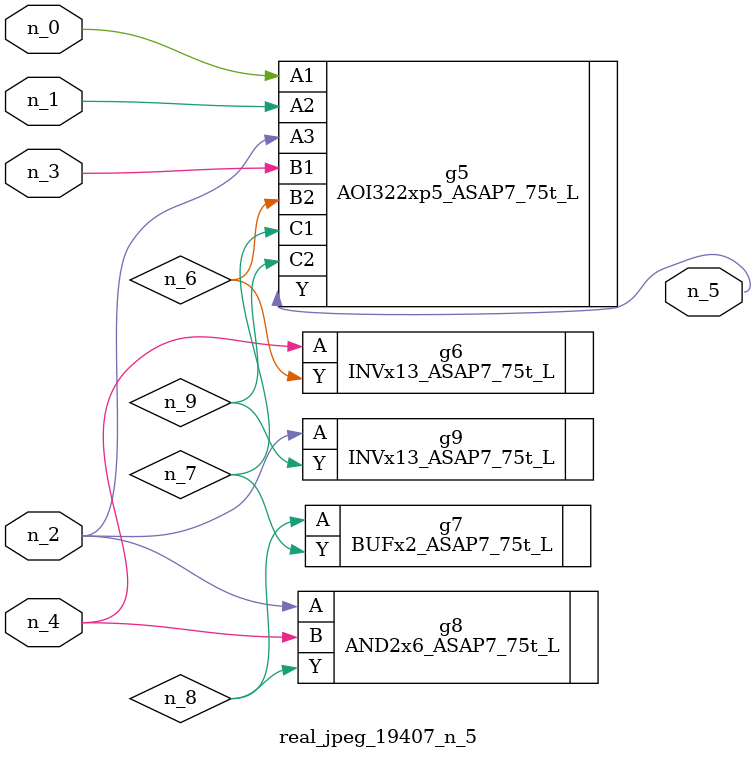
<source format=v>
module real_jpeg_19407_n_5 (n_4, n_0, n_1, n_2, n_3, n_5);

input n_4;
input n_0;
input n_1;
input n_2;
input n_3;

output n_5;

wire n_8;
wire n_6;
wire n_7;
wire n_9;

AOI322xp5_ASAP7_75t_L g5 ( 
.A1(n_0),
.A2(n_1),
.A3(n_2),
.B1(n_3),
.B2(n_6),
.C1(n_7),
.C2(n_9),
.Y(n_5)
);

AND2x6_ASAP7_75t_L g8 ( 
.A(n_2),
.B(n_4),
.Y(n_8)
);

INVx13_ASAP7_75t_L g9 ( 
.A(n_2),
.Y(n_9)
);

INVx13_ASAP7_75t_L g6 ( 
.A(n_4),
.Y(n_6)
);

BUFx2_ASAP7_75t_L g7 ( 
.A(n_8),
.Y(n_7)
);


endmodule
</source>
